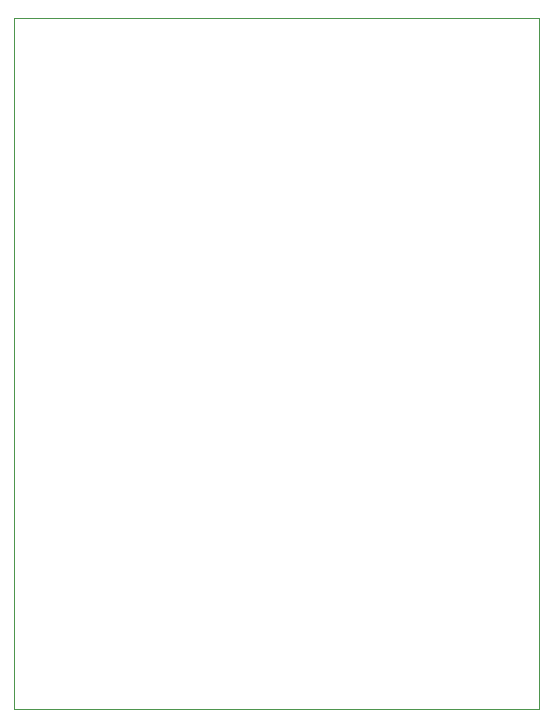
<source format=gbr>
%TF.GenerationSoftware,KiCad,Pcbnew,8.0.5*%
%TF.CreationDate,2025-06-13T10:45:40+02:00*%
%TF.ProjectId,elektroFrogExtensionSMD,656c656b-7472-46f4-9672-6f6745787465,rev?*%
%TF.SameCoordinates,Original*%
%TF.FileFunction,Profile,NP*%
%FSLAX46Y46*%
G04 Gerber Fmt 4.6, Leading zero omitted, Abs format (unit mm)*
G04 Created by KiCad (PCBNEW 8.0.5) date 2025-06-13 10:45:40*
%MOMM*%
%LPD*%
G01*
G04 APERTURE LIST*
%TA.AperFunction,Profile*%
%ADD10C,0.100000*%
%TD*%
G04 APERTURE END LIST*
D10*
X197500000Y-77000000D02*
X242000000Y-77000000D01*
X242000000Y-135500000D01*
X197500000Y-135500000D01*
X197500000Y-77000000D01*
M02*

</source>
